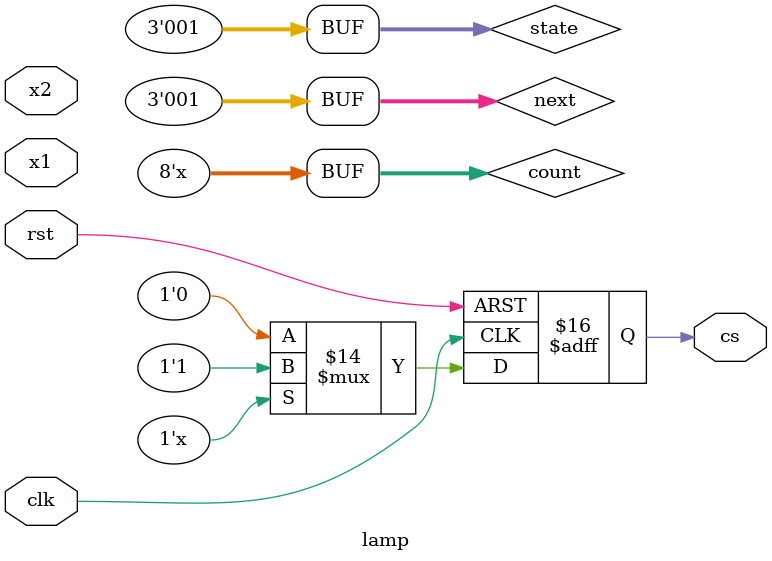
<source format=sv>
module lamp(output reg cs,input x1,x2,clk,rst);
   bit [7:0]count;
   parameter     s1=3'b001,
		 s2=3'b010,
		 s3=3'b100;

   reg [2:0] state;
   reg [2:0] next;

   always@(posedge clk or posedge rst)
     begin
	if(rst) 
	  state<=3'b001; 
	else
	  state<=next;
     end
   
   always @(x1 or x2 or state)
     begin
	next=3'b001;
	case(state)
	  s1: if(x1) next=s2;
	  else if(x2) next=s3;
	  else next=s1;

	  s2: if(x1) next=s1;
	  else if(x2) 
	    begin
	       next=s1;
	       count= count==8'b1 ? count:count+1;
	    end
	  else next =s2;
	  s3: if(x2) next=s1;
	  else if(x1) 
	    begin 
	       next=s1;
	       count = count==8'b0 ? count:count-1;
	    end
	  else next =s3;
	  
	  default : state=3'b001;
	endcase // case (state)
     end // always @ (state or x1 or x2)

   always @(posedge clk or posedge rst)
     begin
	if(rst) 
	  begin
	  count<=8'b00000000;
	     cs<=1'b0;
	  end
	
	else
	  begin 
	      if(count)
	       cs<=1'b1;
	     else
	       cs<=1'b0;	  
	  end  
    end
endmodule // lamp


/*
 module test_lamp();
   wire cs;
   reg 	x1,x2,clk,rst;
   lamp l1(cs,x1,x2,clk,rst);

   always #5 clk=~clk;
   
   initial
     begin
	clk=0;rst=0;
	#10 rst=1;
	#11 rst=0;
	x1=1;
	x2=0;
	#13 x2=1;x1=0;
	#20 x2=0;
	#100 $finish();
     end // initial begin
 
endmodule // test_lamp
*/
</source>
